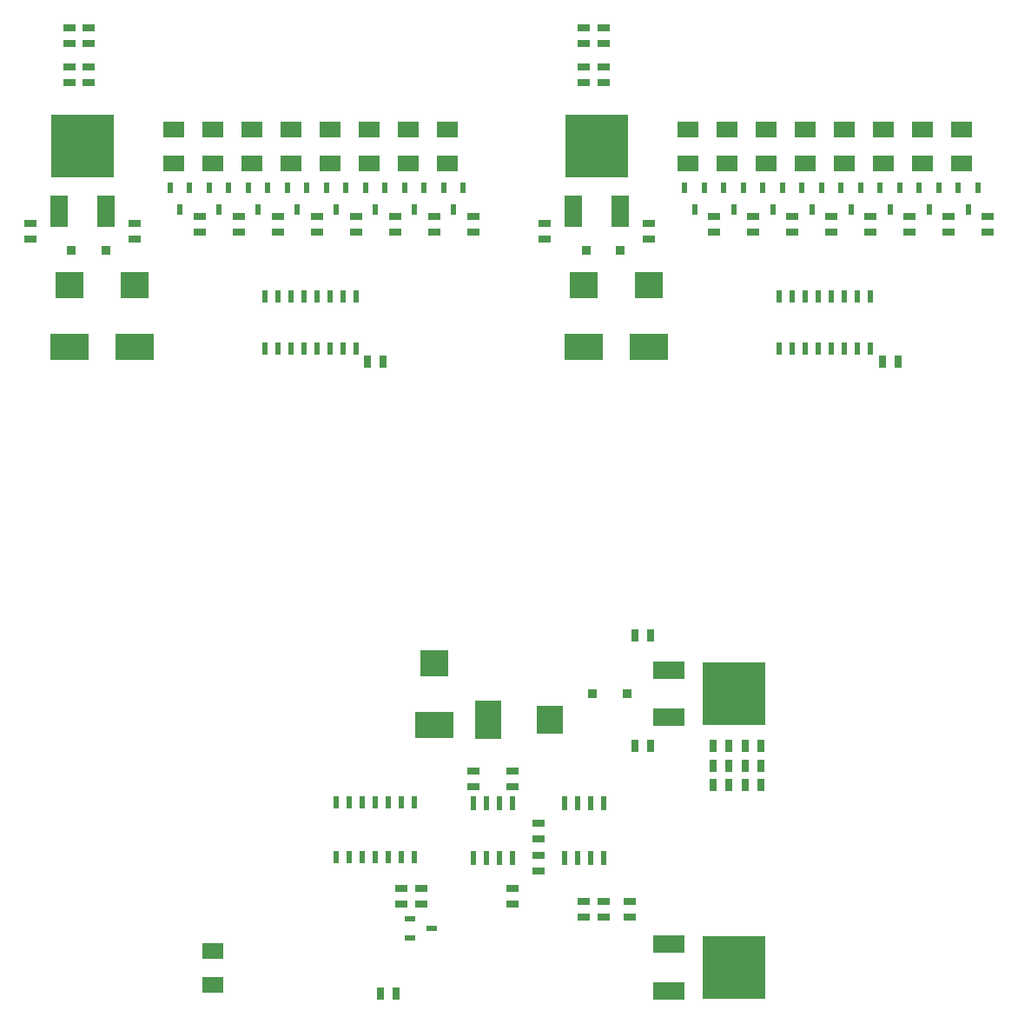
<source format=gtp>
G04 (created by PCBNEW (2013-may-18)-stable) date Thu 01 May 2014 10:55:01 PM CEST*
%MOIN*%
G04 Gerber Fmt 3.4, Leading zero omitted, Abs format*
%FSLAX34Y34*%
G01*
G70*
G90*
G04 APERTURE LIST*
%ADD10C,0.00590551*%
%ADD11R,0.045X0.025*%
%ADD12R,0.1063X0.1004*%
%ADD13R,0.1496X0.1004*%
%ADD14R,0.065X0.12*%
%ADD15R,0.24X0.24*%
%ADD16R,0.025X0.045*%
%ADD17R,0.08X0.06*%
%ADD18R,0.02X0.045*%
%ADD19R,0.0335X0.0335*%
%ADD20R,0.0236X0.0394*%
%ADD21R,0.0394X0.0236*%
%ADD22R,0.0236X0.0551*%
%ADD23R,0.12X0.065*%
%ADD24R,0.1004X0.1063*%
%ADD25R,0.1004X0.1496*%
G04 APERTURE END LIST*
G54D10*
G54D11*
X44000Y-21450D03*
X44000Y-22050D03*
G54D12*
X41500Y-23819D03*
G54D13*
X41500Y-26181D03*
G54D14*
X41100Y-21000D03*
G54D15*
X42000Y-18500D03*
G54D14*
X42900Y-21000D03*
G54D11*
X48000Y-21200D03*
X48000Y-21800D03*
X46500Y-21200D03*
X46500Y-21800D03*
X49500Y-21200D03*
X49500Y-21800D03*
G54D16*
X52950Y-26750D03*
X53550Y-26750D03*
G54D11*
X41500Y-14550D03*
X41500Y-13950D03*
X51000Y-21200D03*
X51000Y-21800D03*
X41500Y-16050D03*
X41500Y-15450D03*
X42250Y-14550D03*
X42250Y-13950D03*
X52500Y-21200D03*
X52500Y-21800D03*
X54000Y-21200D03*
X54000Y-21800D03*
X55500Y-21200D03*
X55500Y-21800D03*
X40000Y-21450D03*
X40000Y-22050D03*
X57000Y-21200D03*
X57000Y-21800D03*
X42250Y-16050D03*
X42250Y-15450D03*
G54D17*
X45500Y-19150D03*
X45500Y-17850D03*
X56000Y-19150D03*
X56000Y-17850D03*
X54500Y-19150D03*
X54500Y-17850D03*
X53000Y-19150D03*
X53000Y-17850D03*
X47000Y-19150D03*
X47000Y-17850D03*
X50000Y-19150D03*
X50000Y-17850D03*
X48500Y-19150D03*
X48500Y-17850D03*
X51500Y-19150D03*
X51500Y-17850D03*
G54D18*
X52500Y-24250D03*
X52000Y-24250D03*
X51500Y-24250D03*
X51000Y-24250D03*
X50500Y-24250D03*
X50000Y-24250D03*
X49500Y-24250D03*
X49000Y-24250D03*
X49000Y-26250D03*
X49500Y-26250D03*
X50000Y-26250D03*
X50500Y-26250D03*
X51000Y-26250D03*
X51500Y-26250D03*
X52000Y-26250D03*
X52500Y-26250D03*
G54D19*
X41591Y-22500D03*
X42909Y-22500D03*
G54D20*
X50625Y-20084D03*
X50250Y-20916D03*
X49875Y-20084D03*
X52125Y-20084D03*
X51750Y-20916D03*
X51375Y-20084D03*
X53625Y-20084D03*
X53250Y-20916D03*
X52875Y-20084D03*
X46125Y-20084D03*
X45750Y-20916D03*
X45375Y-20084D03*
X55125Y-20084D03*
X54750Y-20916D03*
X54375Y-20084D03*
X49125Y-20084D03*
X48750Y-20916D03*
X48375Y-20084D03*
X56625Y-20084D03*
X56250Y-20916D03*
X55875Y-20084D03*
X47625Y-20084D03*
X47250Y-20916D03*
X46875Y-20084D03*
G54D12*
X44000Y-23819D03*
G54D13*
X44000Y-26181D03*
G54D12*
X24250Y-23819D03*
G54D13*
X24250Y-26181D03*
G54D20*
X27875Y-20084D03*
X27500Y-20916D03*
X27125Y-20084D03*
X36875Y-20084D03*
X36500Y-20916D03*
X36125Y-20084D03*
X29375Y-20084D03*
X29000Y-20916D03*
X28625Y-20084D03*
X35375Y-20084D03*
X35000Y-20916D03*
X34625Y-20084D03*
X26375Y-20084D03*
X26000Y-20916D03*
X25625Y-20084D03*
X33875Y-20084D03*
X33500Y-20916D03*
X33125Y-20084D03*
X32375Y-20084D03*
X32000Y-20916D03*
X31625Y-20084D03*
X30875Y-20084D03*
X30500Y-20916D03*
X30125Y-20084D03*
G54D19*
X21841Y-22500D03*
X23159Y-22500D03*
G54D18*
X32750Y-24250D03*
X32250Y-24250D03*
X31750Y-24250D03*
X31250Y-24250D03*
X30750Y-24250D03*
X30250Y-24250D03*
X29750Y-24250D03*
X29250Y-24250D03*
X29250Y-26250D03*
X29750Y-26250D03*
X30250Y-26250D03*
X30750Y-26250D03*
X31250Y-26250D03*
X31750Y-26250D03*
X32250Y-26250D03*
X32750Y-26250D03*
G54D17*
X31750Y-19150D03*
X31750Y-17850D03*
X28750Y-19150D03*
X28750Y-17850D03*
X30250Y-19150D03*
X30250Y-17850D03*
X27250Y-19150D03*
X27250Y-17850D03*
X33250Y-19150D03*
X33250Y-17850D03*
X34750Y-19150D03*
X34750Y-17850D03*
X36250Y-19150D03*
X36250Y-17850D03*
X25750Y-19150D03*
X25750Y-17850D03*
G54D11*
X22500Y-16050D03*
X22500Y-15450D03*
X37250Y-21200D03*
X37250Y-21800D03*
X20250Y-21450D03*
X20250Y-22050D03*
X35750Y-21200D03*
X35750Y-21800D03*
X34250Y-21200D03*
X34250Y-21800D03*
X32750Y-21200D03*
X32750Y-21800D03*
X22500Y-14550D03*
X22500Y-13950D03*
X21750Y-16050D03*
X21750Y-15450D03*
X31250Y-21200D03*
X31250Y-21800D03*
X21750Y-14550D03*
X21750Y-13950D03*
G54D16*
X33200Y-26750D03*
X33800Y-26750D03*
G54D11*
X29750Y-21200D03*
X29750Y-21800D03*
X26750Y-21200D03*
X26750Y-21800D03*
X28250Y-21200D03*
X28250Y-21800D03*
G54D14*
X21350Y-21000D03*
G54D15*
X22250Y-18500D03*
G54D14*
X23150Y-21000D03*
G54D12*
X21750Y-23819D03*
G54D13*
X21750Y-26181D03*
G54D11*
X24250Y-21450D03*
X24250Y-22050D03*
G54D21*
X34834Y-48125D03*
X35666Y-48500D03*
X34834Y-48875D03*
G54D19*
X43159Y-39500D03*
X41841Y-39500D03*
G54D22*
X42250Y-45800D03*
X42250Y-43700D03*
X41750Y-45800D03*
X41250Y-45800D03*
X40750Y-45800D03*
X41750Y-43700D03*
X41250Y-43700D03*
X40750Y-43700D03*
X38750Y-45800D03*
X38750Y-43700D03*
X38250Y-45800D03*
X37750Y-45800D03*
X37250Y-45800D03*
X38250Y-43700D03*
X37750Y-43700D03*
X37250Y-43700D03*
G54D17*
X27250Y-49350D03*
X27250Y-50650D03*
G54D16*
X47700Y-43000D03*
X48300Y-43000D03*
G54D11*
X41500Y-47450D03*
X41500Y-48050D03*
X38750Y-46950D03*
X38750Y-47550D03*
X43250Y-47450D03*
X43250Y-48050D03*
G54D16*
X46450Y-43000D03*
X47050Y-43000D03*
G54D11*
X38750Y-42450D03*
X38750Y-43050D03*
X35250Y-46950D03*
X35250Y-47550D03*
X39750Y-44450D03*
X39750Y-45050D03*
X39750Y-45700D03*
X39750Y-46300D03*
X42250Y-47450D03*
X42250Y-48050D03*
G54D16*
X33700Y-51000D03*
X34300Y-51000D03*
G54D11*
X34500Y-46950D03*
X34500Y-47550D03*
G54D16*
X44050Y-37250D03*
X43450Y-37250D03*
G54D11*
X37250Y-42450D03*
X37250Y-43050D03*
G54D16*
X47700Y-42250D03*
X48300Y-42250D03*
X46450Y-42250D03*
X47050Y-42250D03*
X47700Y-41500D03*
X48300Y-41500D03*
X46450Y-41500D03*
X47050Y-41500D03*
X44050Y-41500D03*
X43450Y-41500D03*
G54D23*
X44750Y-38600D03*
G54D15*
X47250Y-39500D03*
G54D23*
X44750Y-40400D03*
G54D24*
X40181Y-40500D03*
G54D25*
X37819Y-40500D03*
G54D12*
X35750Y-38319D03*
G54D13*
X35750Y-40681D03*
G54D18*
X35000Y-43650D03*
X34500Y-43650D03*
X34000Y-43650D03*
X33500Y-43650D03*
X33000Y-43650D03*
X32500Y-43650D03*
X32000Y-43650D03*
X32000Y-45750D03*
X32500Y-45750D03*
X33000Y-45750D03*
X33500Y-45750D03*
X34000Y-45750D03*
X34500Y-45750D03*
X35000Y-45750D03*
G54D23*
X44750Y-49100D03*
G54D15*
X47250Y-50000D03*
G54D23*
X44750Y-50900D03*
M02*

</source>
